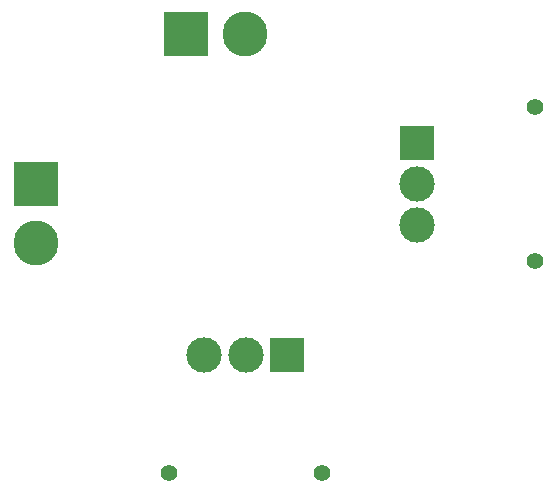
<source format=gbr>
%TF.GenerationSoftware,KiCad,Pcbnew,(6.0.9)*%
%TF.CreationDate,2022-11-29T22:08:51-03:00*%
%TF.ProjectId,luz_inteligente,6c757a5f-696e-4746-956c-6967656e7465,rev?*%
%TF.SameCoordinates,Original*%
%TF.FileFunction,Copper,L2,Bot*%
%TF.FilePolarity,Positive*%
%FSLAX46Y46*%
G04 Gerber Fmt 4.6, Leading zero omitted, Abs format (unit mm)*
G04 Created by KiCad (PCBNEW (6.0.9)) date 2022-11-29 22:08:51*
%MOMM*%
%LPD*%
G01*
G04 APERTURE LIST*
%TA.AperFunction,ComponentPad*%
%ADD10C,3.000000*%
%TD*%
%TA.AperFunction,ComponentPad*%
%ADD11R,3.000000X3.000000*%
%TD*%
%TA.AperFunction,ComponentPad*%
%ADD12C,1.400000*%
%TD*%
%TA.AperFunction,ComponentPad*%
%ADD13R,3.800000X3.800000*%
%TD*%
%TA.AperFunction,ComponentPad*%
%ADD14C,3.800000*%
%TD*%
G04 APERTURE END LIST*
D10*
%TO.P,KY-037-connectors1,3,Pin_3*%
%TO.N,Net-(Microcontrolador1-Pad15)*%
X72700000Y-57650000D03*
%TO.P,KY-037-connectors1,2,Pin_2*%
%TO.N,Net-(Microcontrolador1-Pad33)*%
X76200000Y-57650000D03*
D11*
%TO.P,KY-037-connectors1,1,Pin_1*%
%TO.N,Net-(Alimenta\u00E7\u00E3o1-Pad1)*%
X79700000Y-57650000D03*
D12*
%TO.P,KY-037-connectors1,*%
%TO.N,*%
X82700000Y-67650000D03*
X69700000Y-67650000D03*
%TD*%
D13*
%TO.P,J1,1,Pin_1*%
%TO.N,Net-(Microcontrolador1-Pad24)*%
X71120000Y-30480000D03*
D14*
%TO.P,J1,2,Pin_2*%
%TO.N,Net-(Microcontrolador1-Pad33)*%
X76120000Y-30480000D03*
%TD*%
D10*
%TO.P,HC-SR501-connectors1,3,Pin_3*%
%TO.N,Net-(Microcontrolador1-Pad33)*%
X90670000Y-46680000D03*
%TO.P,HC-SR501-connectors1,2,Pin_2*%
%TO.N,Net-(HC-SR501-connectors1-Pad2)*%
X90670000Y-43180000D03*
D11*
%TO.P,HC-SR501-connectors1,1,Pin_1*%
%TO.N,Net-(Alimenta\u00E7\u00E3o1-Pad1)*%
X90670000Y-39680000D03*
D12*
%TO.P,HC-SR501-connectors1,*%
%TO.N,*%
X100670000Y-36680000D03*
X100670000Y-49680000D03*
%TD*%
D13*
%TO.P,Alimenta\u00E7\u00E3o1,1,Pin_1*%
%TO.N,Net-(Alimenta\u00E7\u00E3o1-Pad1)*%
X58420000Y-43180000D03*
D14*
%TO.P,Alimenta\u00E7\u00E3o1,2,Pin_2*%
%TO.N,Net-(Microcontrolador1-Pad33)*%
X58420000Y-48180000D03*
%TD*%
M02*

</source>
